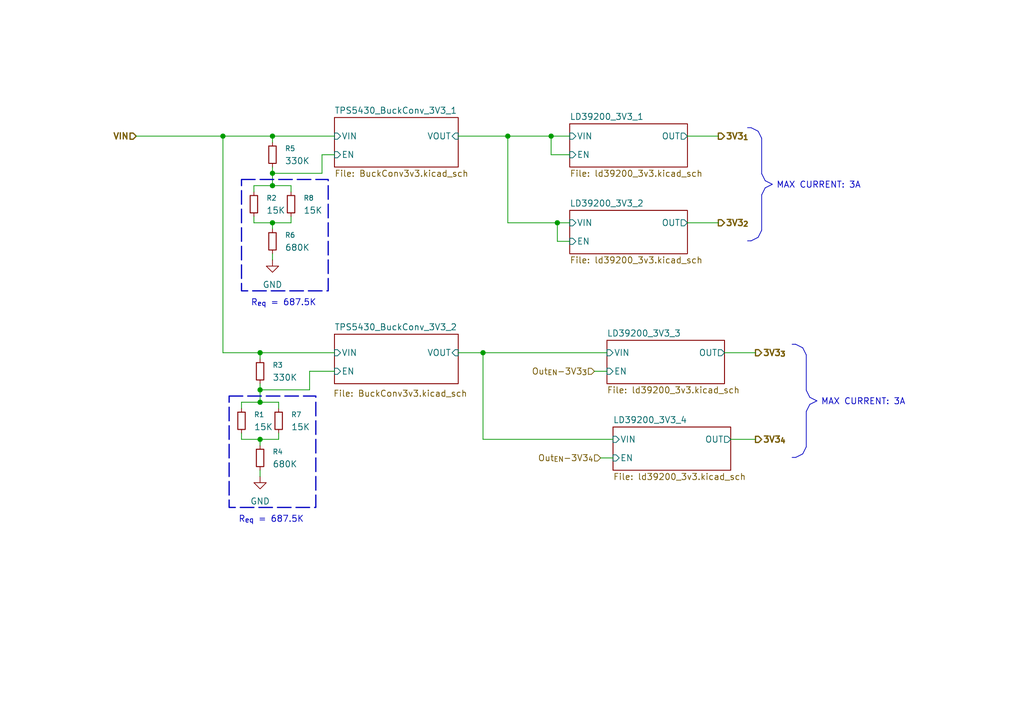
<source format=kicad_sch>
(kicad_sch (version 20250114) (generator "eeschema") (generator_version "9.0")
  (paper "A5")
  (lib_symbols
    (symbol "Device:R_Small" (pin_numbers (hide yes)) (pin_names (offset 0.254) (hide yes))
      (property "Reference" "R" (at 0 0 90))
      (property "Value" "R_Small" (at 1.778 0 90))
      (symbol "R_Small_0_1"
        (rectangle (start -0.762 1.778) (end 0.762 -1.778) (stroke (width 0.2032)))
      )
      (symbol "R_Small_1_1"
        (pin passive line (at 0 2.54 270) (length 0.762) (name "~") (number "1"))
        (pin passive line (at 0 -2.54 90) (length 0.762) (name "~") (number "2"))
      )
    )
    (symbol "power:GND" (power) (pin_numbers (hide yes)) (pin_names (offset 0) (hide yes))
      (property "Value" "GND" (at 0 -3.81 0))
      (symbol "GND_0_1"
        (polyline (pts (xy 0 0) (xy 0 -1.27) (xy 1.27 -1.27) (xy 0 -2.54) (xy -1.27 -1.27) (xy 0 -1.27)))
      )
      (symbol "GND_1_1"
        (pin power_in line (at 0 0 270) (length 0) (name "~") (number "1"))
      )
    )
  )
  (rectangle (start 49.53 36.83) (end 67.31 59.69) (stroke (width 0.254) (type dash)))
  (rectangle (start 46.99 81.28) (end 64.77 104.14) (stroke (width 0.254) (type dash)))
  (text "R_{eq} = 687.5K\n" (at 55.626 106.68 0) (effects (font (size 1.27 1.27))))
  (text "}" (at 156.21 36.83 0) (effects (font (size 15.24 15.24))))
  (text "MAX CURRENT: 3A" (at 177.038 82.55 0) (effects (font (size 1.27 1.27))))
  (text "MAX CURRENT: 3A" (at 167.894 38.1 0) (effects (font (size 1.27 1.27))))
  (text "R_{eq} = 687.5K\n" (at 58.166 62.23 0) (effects (font (size 1.27 1.27))))
  (text "}" (at 165.354 81.28 0) (effects (font (size 15.24 15.24))))
  (junction (at 99.06 72.39))
  (junction (at 55.88 45.72))
  (junction (at 55.88 35.56))
  (junction (at 114.3 45.72))
  (junction (at 53.34 90.17))
  (junction (at 55.88 27.94))
  (junction (at 104.14 27.94))
  (junction (at 53.34 80.01))
  (junction (at 55.88 38.1))
  (junction (at 113.03 27.94))
  (junction (at 53.34 82.55))
  (junction (at 45.72 27.94))
  (junction (at 53.34 72.39))
  (wire (pts (xy 59.69 45.72) (xy 59.69 44.45)))
  (wire (pts (xy 53.34 80.01) (xy 53.34 82.55)))
  (wire (pts (xy 53.34 80.01) (xy 63.5 80.01)))
  (wire (pts (xy 66.04 35.56) (xy 66.04 31.75)))
  (wire (pts (xy 49.53 83.82) (xy 49.53 82.55)))
  (wire (pts (xy 99.06 72.39) (xy 124.46 72.39)))
  (wire (pts (xy 154.94 90.17) (xy 149.86 90.17)))
  (wire (pts (xy 55.88 34.29) (xy 55.88 35.56)))
  (wire (pts (xy 113.03 31.75) (xy 116.84 31.75)))
  (wire (pts (xy 99.06 72.39) (xy 99.06 90.17)))
  (wire (pts (xy 113.03 27.94) (xy 113.03 31.75)))
  (wire (pts (xy 52.07 44.45) (xy 52.07 45.72)))
  (wire (pts (xy 55.88 45.72) (xy 55.88 46.99)))
  (wire (pts (xy 52.07 39.37) (xy 52.07 38.1)))
  (wire (pts (xy 53.34 90.17) (xy 57.15 90.17)))
  (wire (pts (xy 63.5 80.01) (xy 63.5 76.2)))
  (wire (pts (xy 55.88 27.94) (xy 68.58 27.94)))
  (wire (pts (xy 53.34 82.55) (xy 57.15 82.55)))
  (wire (pts (xy 53.34 90.17) (xy 53.34 91.44)))
  (wire (pts (xy 45.72 27.94) (xy 45.72 72.39)))
  (wire (pts (xy 104.14 27.94) (xy 104.14 45.72)))
  (wire (pts (xy 123.19 93.98) (xy 125.73 93.98)))
  (wire (pts (xy 113.03 27.94) (xy 116.84 27.94)))
  (wire (pts (xy 66.04 31.75) (xy 68.58 31.75)))
  (wire (pts (xy 49.53 88.9) (xy 49.53 90.17)))
  (wire (pts (xy 52.07 38.1) (xy 55.88 38.1)))
  (wire (pts (xy 104.14 45.72) (xy 114.3 45.72)))
  (wire (pts (xy 93.98 27.94) (xy 104.14 27.94)))
  (wire (pts (xy 104.14 27.94) (xy 113.03 27.94)))
  (wire (pts (xy 45.72 72.39) (xy 53.34 72.39)))
  (wire (pts (xy 53.34 97.79) (xy 53.34 96.52)))
  (wire (pts (xy 147.32 27.94) (xy 140.97 27.94)))
  (wire (pts (xy 55.88 35.56) (xy 55.88 38.1)))
  (wire (pts (xy 57.15 90.17) (xy 57.15 88.9)))
  (wire (pts (xy 55.88 29.21) (xy 55.88 27.94)))
  (wire (pts (xy 114.3 49.53) (xy 116.84 49.53)))
  (wire (pts (xy 147.32 45.72) (xy 140.97 45.72)))
  (wire (pts (xy 55.88 38.1) (xy 59.69 38.1)))
  (wire (pts (xy 57.15 82.55) (xy 57.15 83.82)))
  (wire (pts (xy 53.34 78.74) (xy 53.34 80.01)))
  (wire (pts (xy 55.88 53.34) (xy 55.88 52.07)))
  (wire (pts (xy 99.06 90.17) (xy 125.73 90.17)))
  (wire (pts (xy 63.5 76.2) (xy 68.58 76.2)))
  (wire (pts (xy 27.94 27.94) (xy 45.72 27.94)))
  (wire (pts (xy 114.3 45.72) (xy 114.3 49.53)))
  (wire (pts (xy 49.53 82.55) (xy 53.34 82.55)))
  (wire (pts (xy 114.3 45.72) (xy 116.84 45.72)))
  (wire (pts (xy 55.88 35.56) (xy 66.04 35.56)))
  (wire (pts (xy 53.34 73.66) (xy 53.34 72.39)))
  (wire (pts (xy 93.98 72.39) (xy 99.06 72.39)))
  (wire (pts (xy 59.69 38.1) (xy 59.69 39.37)))
  (wire (pts (xy 121.92 76.2) (xy 124.46 76.2)))
  (wire (pts (xy 49.53 90.17) (xy 53.34 90.17)))
  (wire (pts (xy 52.07 45.72) (xy 55.88 45.72)))
  (wire (pts (xy 154.94 72.39) (xy 148.59 72.39)))
  (wire (pts (xy 53.34 72.39) (xy 68.58 72.39)))
  (wire (pts (xy 45.72 27.94) (xy 55.88 27.94)))
  (wire (pts (xy 55.88 45.72) (xy 59.69 45.72)))
  (hierarchical_label "3V3_{2}" (shape output) (at 147.32 45.72 0) (effects (font (thickness 0.254) (bold yes))))
  (hierarchical_label "3V3_{1}" (shape output) (at 147.32 27.94 0) (effects (font (thickness 0.254) (bold yes))))
  (hierarchical_label "3V3_{4}" (shape output) (at 154.94 90.17 0) (effects (font (thickness 0.254) (bold yes))))
  (hierarchical_label "VIN" (shape input) (at 27.94 27.94 180) (effects (font (thickness 0.254) (bold yes))))
  (hierarchical_label "3V3_{3}" (shape output) (at 154.94 72.39 0) (effects (font (thickness 0.254) (bold yes))))
  (hierarchical_label "Out_{EN}-3V3_{3}" (shape input) (at 121.92 76.2 180))
  (hierarchical_label "Out_{EN}-3V3_{4}" (shape input) (at 123.19 93.98 180))
  (symbol (lib_id "Device:R_Small") (at 53.34 76.2 0) (unit 1)
    (property "Reference" "R3" (at 55.88 74.9299 0) (effects (font (size 1.016 1.016)) (justify left)))
    (property "Value" "330K" (at 55.88 77.4699 0) (effects (justify left)))
    (property "Description" "Resistor, small symbol" (effects (hide yes)))
  )
  (symbol (lib_id "Device:R_Small") (at 53.34 93.98 0) (unit 1)
    (property "Reference" "R4" (at 55.88 92.7099 0) (effects (font (size 1.016 1.016)) (justify left)))
    (property "Value" "680K" (at 55.88 95.2499 0) (effects (justify left)))
    (property "Description" "Resistor, small symbol" (effects (hide yes)))
  )
  (symbol (lib_id "Device:R_Small") (at 55.88 31.75 0) (unit 1)
    (property "Reference" "R5" (at 58.42 30.4799 0) (effects (font (size 1.016 1.016)) (justify left)))
    (property "Value" "330K" (at 58.42 33.0199 0) (effects (justify left)))
    (property "Description" "Resistor, small symbol" (effects (hide yes)))
  )
  (symbol (lib_id "Device:R_Small") (at 55.88 49.53 0) (unit 1)
    (property "Reference" "R6" (at 58.42 48.2599 0) (effects (font (size 1.016 1.016)) (justify left)))
    (property "Value" "680K" (at 58.42 50.7999 0) (effects (justify left)))
    (property "Description" "Resistor, small symbol" (effects (hide yes)))
  )
  (symbol (lib_id "Device:R_Small") (at 52.07 41.91 0) (unit 1)
    (property "Reference" "R2" (at 54.61 40.6399 0) (effects (font (size 1.016 1.016)) (justify left)))
    (property "Value" "15K" (at 54.61 43.1799 0) (effects (justify left)))
    (property "Description" "Resistor, small symbol" (effects (hide yes)))
  )
  (symbol (lib_id "Device:R_Small") (at 59.69 41.91 0) (unit 1)
    (property "Reference" "R8" (at 62.23 40.6399 0) (effects (font (size 1.016 1.016)) (justify left)))
    (property "Value" "15K" (at 62.23 43.1799 0) (effects (justify left)))
    (property "Description" "Resistor, small symbol" (effects (hide yes)))
  )
  (symbol (lib_id "power:GND") (at 55.88 53.34 0) (unit 1)
    (property "Reference" "#PWR013" (effects (hide yes)))
    (property "Value" "GND" (at 55.88 58.42 0))
    (property "Description" "Power symbol creates a global label with name \"GND\" , ground" (effects (hide yes)))
  )
  (symbol (lib_id "power:GND") (at 53.34 97.79 0) (unit 1)
    (property "Reference" "#PWR012" (effects (hide yes)))
    (property "Value" "GND" (at 53.34 102.87 0))
    (property "Description" "Power symbol creates a global label with name \"GND\" , ground" (effects (hide yes)))
  )
  (symbol (lib_id "Device:R_Small") (at 57.15 86.36 0) (unit 1)
    (property "Reference" "R7" (at 59.69 85.0899 0) (effects (font (size 1.016 1.016)) (justify left)))
    (property "Value" "15K" (at 59.69 87.6299 0) (effects (justify left)))
    (property "Description" "Resistor, small symbol" (effects (hide yes)))
  )
  (symbol (lib_id "Device:R_Small") (at 49.53 86.36 0) (unit 1)
    (property "Reference" "R1" (at 52.07 85.0899 0) (effects (font (size 1.016 1.016)) (justify left)))
    (property "Value" "15K" (at 52.07 87.6299 0) (effects (justify left)))
    (property "Description" "Resistor, small symbol" (effects (hide yes)))
  )
  (sheet (at 116.84 25.4) (size 24.13 8.89) (stroke (width 0.1524))
    (property "Sheetname" "LD39200_3V3_1" (at 116.84 24.6884 0) (effects (justify left bottom)))
    (property "Sheetfile" "ld39200_3v3.kicad_sch" (at 116.84 34.8746 0) (effects (justify left top)))
    (pin "EN" input (at 116.84 31.75 180))
    (pin "OUT" output (at 140.97 27.94 0))
    (pin "VIN" input (at 116.84 27.94 180))
  )
  (sheet (at 68.58 68.58) (size 25.4 10.16) (stroke (width 0.1524))
    (property "Sheetname" "TPS5430_BuckConv_3V3_2" (at 68.58 67.8684 0) (effects (justify left bottom)))
    (property "Sheetfile" "BuckConv3v3.kicad_sch" (at 68.326 80.01 0) (effects (justify left top)))
    (pin "VIN" input (at 68.58 72.39 180))
    (pin "VOUT" input (at 93.98 72.39 0))
    (pin "EN" input (at 68.58 76.2 180))
  )
  (sheet (at 124.46 69.85) (size 24.13 8.89) (stroke (width 0.1524))
    (property "Sheetname" "LD39200_3V3_3" (at 124.46 69.1384 0) (effects (justify left bottom)))
    (property "Sheetfile" "ld39200_3v3.kicad_sch" (at 124.46 79.3246 0) (effects (justify left top)))
    (pin "EN" input (at 124.46 76.2 180))
    (pin "OUT" output (at 148.59 72.39 0))
    (pin "VIN" input (at 124.46 72.39 180))
  )
  (sheet (at 116.84 43.18) (size 24.13 8.89) (stroke (width 0.1524))
    (property "Sheetname" "LD39200_3V3_2" (at 116.84 42.4684 0) (effects (justify left bottom)))
    (property "Sheetfile" "ld39200_3v3.kicad_sch" (at 116.84 52.6546 0) (effects (justify left top)))
    (pin "EN" input (at 116.84 49.53 180))
    (pin "OUT" output (at 140.97 45.72 0))
    (pin "VIN" input (at 116.84 45.72 180))
  )
  (sheet (at 125.73 87.63) (size 24.13 8.89) (stroke (width 0.1524))
    (property "Sheetname" "LD39200_3V3_4" (at 125.73 86.9184 0) (effects (justify left bottom)))
    (property "Sheetfile" "ld39200_3v3.kicad_sch" (at 125.73 97.1046 0) (effects (justify left top)))
    (pin "EN" input (at 125.73 93.98 180))
    (pin "OUT" output (at 149.86 90.17 0))
    (pin "VIN" input (at 125.73 90.17 180))
  )
  (sheet (at 68.58 24.13) (size 25.4 10.16) (stroke (width 0.1524))
    (property "Sheetname" "TPS5430_BuckConv_3V3_1" (at 68.58 23.4184 0) (effects (justify left bottom)))
    (property "Sheetfile" "BuckConv3v3.kicad_sch" (at 68.58 34.8746 0) (effects (justify left top)))
    (pin "VIN" input (at 68.58 27.94 180))
    (pin "VOUT" input (at 93.98 27.94 0))
    (pin "EN" input (at 68.58 31.75 180))
  )
)
</source>
